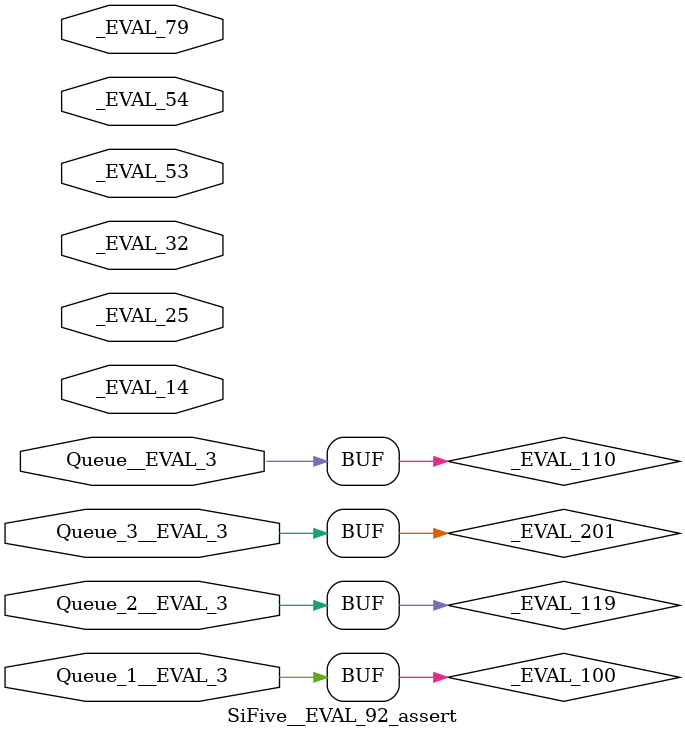
<source format=sv>
module SiFive__EVAL_92_assert(
  input        _EVAL_14,
  input  [3:0] _EVAL_25,
  input        _EVAL_32,
  input  [3:0] _EVAL_53,
  input        _EVAL_54,
  input        _EVAL_79,
  input        Queue_3__EVAL_3,
  input        Queue_2__EVAL_3,
  input        Queue_1__EVAL_3,
  input        Queue__EVAL_3
);
  wire  _EVAL_100;
  wire  _EVAL_110;
  wire  _EVAL_116;
  wire  _EVAL_178;
  wire  _EVAL_179;
  wire  _EVAL_96;
  wire  _EVAL_175;
  wire  _EVAL_114;
  wire  _EVAL_86;
  wire  _EVAL_153;
  wire  _EVAL_154;
  wire  _EVAL_205;
  wire  _EVAL_145;
  wire  _EVAL_136;
  wire  _EVAL_131;
  wire  _EVAL_125;
  wire  _EVAL_134;
  wire  _EVAL_201;
  wire  _EVAL_119;
  wire  _EVAL_162;
  wire  _EVAL_189;
  wire  _EVAL_190;
  wire  _EVAL_83;
  wire  _EVAL_141;
  wire  _EVAL_87;
  wire  _EVAL_188;
  wire  _EVAL_93;
  wire  _EVAL_95;
  wire  _EVAL_105;
  wire  _EVAL_165;
  wire  _EVAL_129;
  wire  _EVAL_90;
  wire  _EVAL_98;
  wire  _EVAL_102;
  wire  _EVAL_184;
  wire  _EVAL_117;
  wire  _EVAL_133;
  wire  _EVAL_109;
  wire  _EVAL_163;
  wire  _EVAL_182;
  wire  _EVAL_168;
  wire  _EVAL_149;
  assign _EVAL_100 = Queue_1__EVAL_3;
  assign _EVAL_110 = Queue__EVAL_3;
  assign _EVAL_116 = 4'h1 == _EVAL_53 ? _EVAL_100 : _EVAL_110;
  assign _EVAL_178 = 4'h2 == _EVAL_53 ? 1'h0 : _EVAL_116;
  assign _EVAL_179 = 4'h3 == _EVAL_53 ? 1'h0 : _EVAL_178;
  assign _EVAL_96 = 4'h4 == _EVAL_53 ? 1'h0 : _EVAL_179;
  assign _EVAL_175 = 4'h5 == _EVAL_53 ? 1'h0 : _EVAL_96;
  assign _EVAL_114 = 4'h6 == _EVAL_53 ? 1'h0 : _EVAL_175;
  assign _EVAL_86 = 4'h7 == _EVAL_53 ? 1'h0 : _EVAL_114;
  assign _EVAL_153 = 4'h8 == _EVAL_53 ? 1'h0 : _EVAL_86;
  assign _EVAL_154 = 4'h9 == _EVAL_53 ? 1'h0 : _EVAL_153;
  assign _EVAL_205 = 4'ha == _EVAL_53 ? 1'h0 : _EVAL_154;
  assign _EVAL_145 = 4'hb == _EVAL_53 ? 1'h0 : _EVAL_205;
  assign _EVAL_136 = 4'hc == _EVAL_53 ? 1'h0 : _EVAL_145;
  assign _EVAL_131 = 4'hd == _EVAL_53 ? 1'h0 : _EVAL_136;
  assign _EVAL_125 = 4'he == _EVAL_53 ? 1'h0 : _EVAL_131;
  assign _EVAL_134 = 4'hf == _EVAL_53 ? 1'h0 : _EVAL_125;
  assign _EVAL_201 = Queue_3__EVAL_3;
  assign _EVAL_119 = Queue_2__EVAL_3;
  assign _EVAL_162 = 4'h1 == _EVAL_25 ? _EVAL_201 : _EVAL_119;
  assign _EVAL_189 = 4'h2 == _EVAL_25 ? 1'h0 : _EVAL_162;
  assign _EVAL_190 = 4'h3 == _EVAL_25 ? 1'h0 : _EVAL_189;
  assign _EVAL_83 = 4'h4 == _EVAL_25 ? 1'h0 : _EVAL_190;
  assign _EVAL_141 = 4'h5 == _EVAL_25 ? 1'h0 : _EVAL_83;
  assign _EVAL_87 = 4'h6 == _EVAL_25 ? 1'h0 : _EVAL_141;
  assign _EVAL_188 = 4'h7 == _EVAL_25 ? 1'h0 : _EVAL_87;
  assign _EVAL_93 = 4'h8 == _EVAL_25 ? 1'h0 : _EVAL_188;
  assign _EVAL_95 = 4'h9 == _EVAL_25 ? 1'h0 : _EVAL_93;
  assign _EVAL_105 = 4'ha == _EVAL_25 ? 1'h0 : _EVAL_95;
  assign _EVAL_165 = 4'hb == _EVAL_25 ? 1'h0 : _EVAL_105;
  assign _EVAL_129 = 4'hc == _EVAL_25 ? 1'h0 : _EVAL_165;
  assign _EVAL_90 = 4'hd == _EVAL_25 ? 1'h0 : _EVAL_129;
  assign _EVAL_98 = 4'he == _EVAL_25 ? 1'h0 : _EVAL_90;
  assign _EVAL_102 = 4'hf == _EVAL_25 ? 1'h0 : _EVAL_98;
  assign _EVAL_184 = _EVAL_14 == 1'h0;
  assign _EVAL_117 = _EVAL_184 | _EVAL_102;
  assign _EVAL_133 = _EVAL_117 | _EVAL_79;
  assign _EVAL_109 = _EVAL_32 == 1'h0;
  assign _EVAL_163 = _EVAL_109 | _EVAL_134;
  assign _EVAL_182 = _EVAL_163 | _EVAL_79;
  assign _EVAL_168 = _EVAL_133 == 1'h0;
  assign _EVAL_149 = _EVAL_182 == 1'h0;
  always @(posedge _EVAL_54) begin
    `ifndef SYNTHESIS
    `ifdef STOP_COND
      if (`STOP_COND) begin
    `endif
        if (_EVAL_168) begin
          $fatal;
        end
    `ifdef STOP_COND
      end
    `endif
    `endif // SYNTHESIS
    `ifndef SYNTHESIS
    `ifdef PRINTF_COND
      if (`PRINTF_COND) begin
    `endif
        if (_EVAL_149) begin
          $fwrite(32'h80000002,"Obfuscated Simulation Output(3ca483ee)\n");
        end
    `ifdef PRINTF_COND
      end
    `endif
    `endif // SYNTHESIS
    `ifndef SYNTHESIS
    `ifdef STOP_COND
      if (`STOP_COND) begin
    `endif
        if (_EVAL_149) begin
          $fatal;
        end
    `ifdef STOP_COND
      end
    `endif
    `endif // SYNTHESIS
    `ifndef SYNTHESIS
    `ifdef PRINTF_COND
      if (`PRINTF_COND) begin
    `endif
        if (_EVAL_168) begin
          $fwrite(32'h80000002,"Obfuscated Simulation Output(d83a1fe1)\n");
        end
    `ifdef PRINTF_COND
      end
    `endif
    `endif // SYNTHESIS
  end

endmodule

</source>
